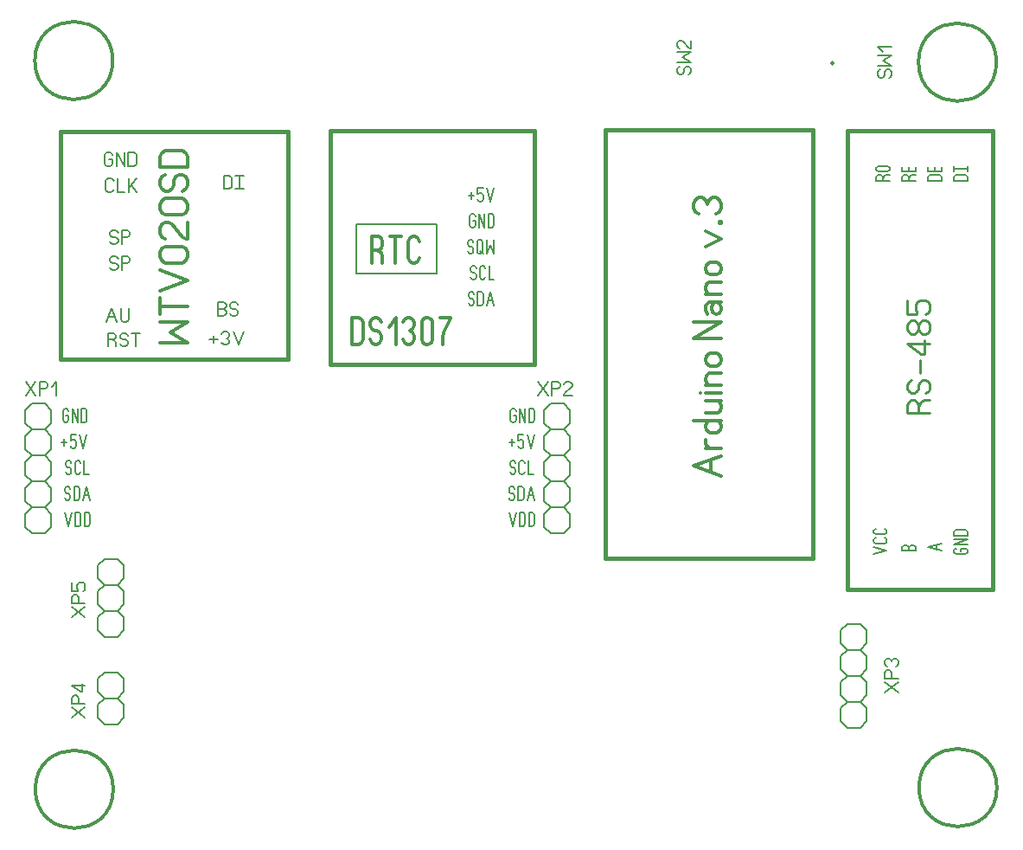
<source format=gbr>
%FSLAX34Y34*%
%MOMM*%
%LNSILK_TOP*%
G71*
G01*
%ADD10C, 0.167*%
%ADD11C, 0.400*%
%ADD12C, 0.333*%
%ADD13C, 0.200*%
%ADD14C, 0.278*%
%ADD15C, 0.300*%
%LPD*%
G54D10*
X60452Y370834D02*
X61119Y369168D01*
X62452Y368334D01*
X63785Y368334D01*
X65119Y369168D01*
X65785Y370834D01*
X65785Y372501D01*
X65119Y374168D01*
X63785Y375001D01*
X62452Y375001D01*
X61119Y375834D01*
X60452Y377501D01*
X60452Y379168D01*
X61119Y380834D01*
X62452Y381668D01*
X63785Y381668D01*
X65119Y380834D01*
X65785Y379168D01*
G54D10*
X74785Y370834D02*
X74119Y369168D01*
X72785Y368334D01*
X71452Y368334D01*
X70119Y369168D01*
X69452Y370834D01*
X69452Y379168D01*
X70119Y380834D01*
X71452Y381668D01*
X72785Y381668D01*
X74119Y380834D01*
X74785Y379168D01*
G54D10*
X78452Y381668D02*
X78452Y368334D01*
X83119Y368334D01*
G54D10*
X59467Y345434D02*
X60134Y343768D01*
X61467Y342934D01*
X62800Y342934D01*
X64134Y343768D01*
X64800Y345434D01*
X64800Y347101D01*
X64134Y348768D01*
X62800Y349601D01*
X61467Y349601D01*
X60134Y350434D01*
X59467Y352101D01*
X59467Y353768D01*
X60134Y355434D01*
X61467Y356268D01*
X62800Y356268D01*
X64134Y355434D01*
X64800Y353768D01*
G54D10*
X68467Y342934D02*
X68467Y356268D01*
X71800Y356268D01*
X73134Y355434D01*
X73800Y353768D01*
X73800Y345434D01*
X73134Y343768D01*
X71800Y342934D01*
X68467Y342934D01*
G54D10*
X77467Y342934D02*
X80800Y356268D01*
X84134Y342934D01*
G54D10*
X78800Y347934D02*
X82800Y347934D01*
G54D10*
X59459Y330868D02*
X62792Y317534D01*
X66126Y330868D01*
G54D10*
X69793Y317534D02*
X69793Y330868D01*
X73126Y330868D01*
X74460Y330034D01*
X75126Y328368D01*
X75126Y320034D01*
X74460Y318368D01*
X73126Y317534D01*
X69793Y317534D01*
G54D10*
X78793Y317534D02*
X78793Y330868D01*
X82126Y330868D01*
X83460Y330034D01*
X84126Y328368D01*
X84126Y320034D01*
X83460Y318368D01*
X82126Y317534D01*
X78793Y317534D01*
G54D11*
X277812Y703600D02*
X55562Y703600D01*
X55562Y481350D01*
X277812Y481350D01*
X277812Y703600D01*
G54D12*
X152871Y497369D02*
X179538Y497369D01*
X162871Y507369D01*
X179538Y517369D01*
X152871Y517369D01*
G54D12*
X179538Y532702D02*
X152871Y532702D01*
G54D12*
X152871Y524702D02*
X152871Y540702D01*
G54D12*
X152871Y548035D02*
X179538Y558035D01*
X152871Y568035D01*
G54D12*
X157871Y591368D02*
X174538Y591368D01*
X177871Y589368D01*
X179538Y585368D01*
X179538Y581368D01*
X177871Y577368D01*
X174538Y575368D01*
X157871Y575368D01*
X154538Y577368D01*
X152871Y581368D01*
X152871Y585368D01*
X154538Y589368D01*
X157871Y591368D01*
G54D12*
X179538Y614701D02*
X179538Y598701D01*
X177871Y598701D01*
X174538Y600701D01*
X164538Y612701D01*
X161204Y614701D01*
X157871Y614701D01*
X154538Y612701D01*
X152871Y608701D01*
X152871Y604701D01*
X154538Y600701D01*
X157871Y598701D01*
G54D12*
X157871Y638034D02*
X174538Y638034D01*
X177871Y636034D01*
X179538Y632034D01*
X179538Y628034D01*
X177871Y624034D01*
X174538Y622034D01*
X157871Y622034D01*
X154538Y624034D01*
X152871Y628034D01*
X152871Y632034D01*
X154538Y636034D01*
X157871Y638034D01*
G54D12*
X174538Y645367D02*
X177871Y647367D01*
X179538Y651367D01*
X179538Y655367D01*
X177871Y659367D01*
X174538Y661367D01*
X171204Y661367D01*
X167871Y659367D01*
X166204Y655367D01*
X166204Y651367D01*
X164538Y647367D01*
X161204Y645367D01*
X157871Y645367D01*
X154538Y647367D01*
X152871Y651367D01*
X152871Y655367D01*
X154538Y659367D01*
X157871Y661367D01*
G54D12*
X179538Y668700D02*
X152871Y668700D01*
X152871Y678700D01*
X154538Y682700D01*
X157871Y684700D01*
X174538Y684700D01*
X177871Y682700D01*
X179538Y678700D01*
X179538Y668700D01*
G54D11*
X588962Y286087D02*
X792162Y286087D01*
X792162Y705187D01*
X588962Y705187D01*
X588962Y286087D01*
G54D10*
X892842Y293716D02*
X879509Y293716D01*
X879509Y297049D01*
X880342Y298383D01*
X882009Y299049D01*
X883675Y299049D01*
X885342Y298383D01*
X886175Y297049D01*
X887009Y298383D01*
X888675Y299049D01*
X890342Y299049D01*
X892009Y298383D01*
X892842Y297049D01*
X892842Y293716D01*
G54D10*
X886175Y293716D02*
X886175Y297049D01*
G54D10*
X918242Y293716D02*
X904909Y297049D01*
X918242Y300383D01*
G54D10*
X913242Y295049D02*
X913242Y299049D01*
G54D10*
X860775Y658333D02*
X862442Y660333D01*
X864109Y660999D01*
X867442Y660999D01*
G54D10*
X867442Y655666D02*
X854109Y655666D01*
X854109Y658999D01*
X854942Y660333D01*
X856609Y660999D01*
X858275Y660999D01*
X859942Y660333D01*
X860775Y658999D01*
X860775Y655666D01*
G54D10*
X856609Y669999D02*
X864942Y669999D01*
X866609Y669333D01*
X867442Y667999D01*
X867442Y666666D01*
X866609Y665333D01*
X864942Y664666D01*
X856609Y664666D01*
X854942Y665333D01*
X854109Y666666D01*
X854109Y667999D01*
X854942Y669333D01*
X856609Y669999D01*
G54D10*
X886175Y658332D02*
X887842Y660332D01*
X889509Y660999D01*
X892842Y660999D01*
G54D10*
X892842Y655666D02*
X879509Y655666D01*
X879509Y658999D01*
X880342Y660332D01*
X882009Y660999D01*
X883675Y660999D01*
X885342Y660332D01*
X886175Y658999D01*
X886175Y655666D01*
G54D10*
X892842Y669332D02*
X892842Y664666D01*
X879509Y664666D01*
X879509Y669332D01*
G54D10*
X886175Y664666D02*
X886175Y669332D01*
G54D10*
X918242Y655666D02*
X904909Y655666D01*
X904909Y658999D01*
X905742Y660333D01*
X907409Y660999D01*
X915742Y660999D01*
X917409Y660333D01*
X918242Y658999D01*
X918242Y655666D01*
G54D10*
X918242Y669333D02*
X918242Y664666D01*
X904909Y664666D01*
X904909Y669333D01*
G54D10*
X911575Y664666D02*
X911575Y669333D01*
G54D10*
X943642Y655666D02*
X930309Y655666D01*
X930309Y658999D01*
X931142Y660333D01*
X932809Y660999D01*
X941142Y660999D01*
X942809Y660333D01*
X943642Y658999D01*
X943642Y655666D01*
G54D10*
X943642Y664666D02*
X943642Y669999D01*
G54D10*
X943642Y667333D02*
X930309Y667333D01*
G54D10*
X930309Y664666D02*
X930309Y669999D01*
G54D10*
X936975Y293208D02*
X936975Y295874D01*
X941141Y295874D01*
X942808Y295208D01*
X943641Y293874D01*
X943641Y292541D01*
X942808Y291208D01*
X941141Y290541D01*
X932808Y290541D01*
X931141Y291208D01*
X930308Y292541D01*
X930308Y293874D01*
X931141Y295208D01*
X932808Y295874D01*
G54D10*
X943641Y299541D02*
X930308Y299541D01*
X943641Y304874D01*
X930308Y304874D01*
G54D10*
X943641Y308541D02*
X930308Y308541D01*
X930308Y311874D01*
X931141Y313208D01*
X932808Y313874D01*
X941141Y313874D01*
X942808Y313208D01*
X943641Y311874D01*
X943641Y308541D01*
G54D11*
X519112Y704850D02*
X319087Y704850D01*
X319087Y476250D01*
X519112Y476250D01*
X519112Y704850D01*
G54D10*
X454643Y640868D02*
X459976Y640868D01*
G54D10*
X457309Y644202D02*
X457309Y637535D01*
G54D10*
X468976Y648368D02*
X463643Y648368D01*
X463643Y642535D01*
X464309Y642535D01*
X465643Y643368D01*
X466976Y643368D01*
X468309Y642535D01*
X468976Y640868D01*
X468976Y637535D01*
X468309Y635868D01*
X466976Y635035D01*
X465643Y635035D01*
X464309Y635868D01*
X463643Y637535D01*
G54D10*
X472643Y648368D02*
X475976Y635035D01*
X479309Y648368D01*
G54D10*
X458729Y616302D02*
X461396Y616302D01*
X461396Y612135D01*
X460729Y610468D01*
X459396Y609635D01*
X458063Y609635D01*
X456729Y610468D01*
X456063Y612135D01*
X456063Y620468D01*
X456729Y622135D01*
X458063Y622968D01*
X459396Y622968D01*
X460729Y622135D01*
X461396Y620468D01*
G54D10*
X465063Y609635D02*
X465063Y622968D01*
X470396Y609635D01*
X470396Y622968D01*
G54D10*
X474063Y609635D02*
X474063Y622968D01*
X477396Y622968D01*
X478729Y622135D01*
X479396Y620468D01*
X479396Y612135D01*
X478729Y610468D01*
X477396Y609635D01*
X474063Y609635D01*
G54D10*
X454062Y586735D02*
X454729Y585068D01*
X456062Y584235D01*
X457396Y584235D01*
X458729Y585068D01*
X459396Y586735D01*
X459396Y588402D01*
X458729Y590068D01*
X457396Y590902D01*
X456062Y590902D01*
X454729Y591735D01*
X454062Y593402D01*
X454062Y595068D01*
X454729Y596735D01*
X456062Y597568D01*
X457396Y597568D01*
X458729Y596735D01*
X459396Y595068D01*
G54D10*
X465729Y586735D02*
X469062Y584235D01*
G54D10*
X468396Y595068D02*
X468396Y586735D01*
X467729Y585068D01*
X466396Y584235D01*
X465062Y584235D01*
X463729Y585068D01*
X463062Y586735D01*
X463062Y595068D01*
X463729Y596735D01*
X465062Y597568D01*
X466396Y597568D01*
X467729Y596735D01*
X468396Y595068D01*
G54D10*
X472729Y597568D02*
X472729Y584235D01*
X476063Y592568D01*
X479396Y584235D01*
X479396Y597568D01*
G54D10*
X456842Y561335D02*
X457508Y559668D01*
X458842Y558835D01*
X460175Y558835D01*
X461508Y559668D01*
X462175Y561335D01*
X462175Y563002D01*
X461508Y564668D01*
X460175Y565502D01*
X458842Y565502D01*
X457508Y566335D01*
X456842Y568002D01*
X456842Y569668D01*
X457508Y571335D01*
X458842Y572168D01*
X460175Y572168D01*
X461508Y571335D01*
X462175Y569668D01*
G54D10*
X471175Y561335D02*
X470508Y559668D01*
X469175Y558835D01*
X467842Y558835D01*
X466508Y559668D01*
X465842Y561335D01*
X465842Y569668D01*
X466508Y571335D01*
X467842Y572168D01*
X469175Y572168D01*
X470508Y571335D01*
X471175Y569668D01*
G54D10*
X474842Y572168D02*
X474842Y558835D01*
X479508Y558835D01*
G54D10*
X454755Y535935D02*
X455421Y534268D01*
X456755Y533435D01*
X458088Y533435D01*
X459421Y534268D01*
X460088Y535935D01*
X460088Y537602D01*
X459421Y539268D01*
X458088Y540102D01*
X456755Y540102D01*
X455421Y540935D01*
X454755Y542602D01*
X454755Y544268D01*
X455421Y545935D01*
X456755Y546768D01*
X458088Y546768D01*
X459421Y545935D01*
X460088Y544268D01*
G54D10*
X463755Y533435D02*
X463755Y546768D01*
X467088Y546768D01*
X468421Y545935D01*
X469088Y544268D01*
X469088Y535935D01*
X468421Y534268D01*
X467088Y533435D01*
X463755Y533435D01*
G54D10*
X472755Y533435D02*
X476088Y546768D01*
X479421Y533435D01*
G54D10*
X474088Y538435D02*
X478088Y538435D01*
G54D12*
X365157Y588043D02*
X369157Y584710D01*
X370490Y581376D01*
X370490Y574710D01*
G54D12*
X359823Y574710D02*
X359823Y601376D01*
X366490Y601376D01*
X369157Y599710D01*
X370490Y596376D01*
X370490Y593043D01*
X369157Y589710D01*
X366490Y588043D01*
X359823Y588043D01*
G54D12*
X383157Y574710D02*
X383157Y601376D01*
G54D12*
X377823Y601376D02*
X388490Y601376D01*
G54D12*
X406490Y579710D02*
X405157Y576376D01*
X402490Y574710D01*
X399823Y574710D01*
X397157Y576376D01*
X395823Y579710D01*
X395823Y596376D01*
X397157Y599710D01*
X399823Y601376D01*
X402490Y601376D01*
X405157Y599710D01*
X406490Y596376D01*
G54D13*
X423862Y612776D02*
X344487Y612776D01*
X344487Y565150D01*
X423862Y565150D01*
X423862Y612776D01*
G54D10*
X56180Y399568D02*
X61513Y399568D01*
G54D10*
X58847Y402901D02*
X58847Y396234D01*
G54D10*
X70513Y407068D02*
X65180Y407068D01*
X65180Y401234D01*
X65847Y401234D01*
X67180Y402068D01*
X68513Y402068D01*
X69847Y401234D01*
X70513Y399568D01*
X70513Y396234D01*
X69847Y394568D01*
X68513Y393734D01*
X67180Y393734D01*
X65847Y394568D01*
X65180Y396234D01*
G54D10*
X74180Y407068D02*
X77513Y393734D01*
X80847Y407068D01*
G54D10*
X60435Y425801D02*
X63101Y425801D01*
X63101Y421634D01*
X62435Y419968D01*
X61101Y419134D01*
X59768Y419134D01*
X58435Y419968D01*
X57768Y421634D01*
X57768Y429968D01*
X58435Y431634D01*
X59768Y432468D01*
X61101Y432468D01*
X62435Y431634D01*
X63101Y429968D01*
G54D10*
X66768Y419134D02*
X66768Y432468D01*
X72101Y419134D01*
X72101Y432468D01*
G54D10*
X75768Y419134D02*
X75768Y432468D01*
X79101Y432468D01*
X80435Y431634D01*
X81101Y429968D01*
X81101Y421634D01*
X80435Y419968D01*
X79101Y419134D01*
X75768Y419134D01*
G54D11*
X968374Y255588D02*
X825500Y255588D01*
X825500Y704850D01*
X968374Y704850D01*
X968374Y255588D01*
G54D10*
X850934Y290541D02*
X864267Y293874D01*
X850934Y297208D01*
G54D10*
X861767Y306208D02*
X863434Y305542D01*
X864267Y304208D01*
X864267Y302875D01*
X863434Y301542D01*
X861767Y300875D01*
X853434Y300875D01*
X851767Y301542D01*
X850934Y302875D01*
X850934Y304208D01*
X851767Y305542D01*
X853434Y306208D01*
G54D10*
X861767Y315208D02*
X863434Y314542D01*
X864267Y313208D01*
X864267Y311875D01*
X863434Y310542D01*
X861767Y309875D01*
X853434Y309875D01*
X851767Y310542D01*
X850934Y311875D01*
X850934Y313208D01*
X851767Y314542D01*
X853434Y315208D01*
G54D10*
X102388Y676259D02*
X106388Y676259D01*
X106388Y672092D01*
X105388Y670425D01*
X103388Y669592D01*
X101388Y669592D01*
X99388Y670425D01*
X98388Y672092D01*
X98388Y680425D01*
X99388Y682092D01*
X101388Y682925D01*
X103388Y682925D01*
X105388Y682092D01*
X106388Y680425D01*
G54D10*
X110054Y669592D02*
X110054Y682925D01*
X118054Y669592D01*
X118054Y682925D01*
G54D10*
X121722Y669592D02*
X121722Y682925D01*
X126722Y682925D01*
X128722Y682092D01*
X129722Y680425D01*
X129722Y672092D01*
X128722Y670425D01*
X126722Y669592D01*
X121722Y669592D01*
G54D10*
X214942Y647367D02*
X214942Y660700D01*
X219942Y660700D01*
X221942Y659867D01*
X222942Y658200D01*
X222942Y649867D01*
X221942Y648200D01*
X219942Y647367D01*
X214942Y647367D01*
G54D10*
X226608Y647367D02*
X234608Y647367D01*
G54D10*
X230608Y647367D02*
X230608Y660700D01*
G54D10*
X226608Y660700D02*
X234608Y660700D01*
G54D10*
X107432Y646686D02*
X106432Y645019D01*
X104432Y644186D01*
X102432Y644186D01*
X100432Y645019D01*
X99432Y646686D01*
X99432Y655019D01*
X100432Y656686D01*
X102432Y657519D01*
X104432Y657519D01*
X106432Y656686D01*
X107432Y655019D01*
G54D10*
X111100Y657519D02*
X111100Y644186D01*
X118100Y644186D01*
G54D10*
X121766Y644186D02*
X121766Y657519D01*
G54D10*
X121766Y648353D02*
X129766Y657519D01*
G54D10*
X124766Y650853D02*
X129766Y644186D01*
G54D10*
X103704Y595892D02*
X104704Y594225D01*
X106704Y593392D01*
X108704Y593392D01*
X110704Y594225D01*
X111704Y595892D01*
X111704Y597559D01*
X110704Y599225D01*
X108704Y600059D01*
X106704Y600059D01*
X104704Y600892D01*
X103704Y602559D01*
X103704Y604225D01*
X104704Y605892D01*
X106704Y606725D01*
X108704Y606725D01*
X110704Y605892D01*
X111704Y604225D01*
G54D10*
X115372Y593392D02*
X115372Y606725D01*
X120372Y606725D01*
X122372Y605892D01*
X123372Y604225D01*
X123372Y602559D01*
X122372Y600892D01*
X120372Y600059D01*
X115372Y600059D01*
G54D10*
X103704Y570492D02*
X104704Y568825D01*
X106704Y567992D01*
X108704Y567992D01*
X110704Y568825D01*
X111704Y570492D01*
X111704Y572159D01*
X110704Y573825D01*
X108704Y574659D01*
X106704Y574659D01*
X104704Y575492D01*
X103704Y577159D01*
X103704Y578825D01*
X104704Y580492D01*
X106704Y581325D01*
X108704Y581325D01*
X110704Y580492D01*
X111704Y578825D01*
G54D10*
X115372Y567992D02*
X115372Y581325D01*
X120372Y581325D01*
X122372Y580492D01*
X123372Y578825D01*
X123372Y577159D01*
X122372Y575492D01*
X120372Y574659D01*
X115372Y574659D01*
G54D10*
X209512Y523542D02*
X209512Y536875D01*
X214512Y536875D01*
X216512Y536042D01*
X217512Y534375D01*
X217512Y532709D01*
X216512Y531042D01*
X214512Y530209D01*
X216512Y529375D01*
X217512Y527709D01*
X217512Y526042D01*
X216512Y524375D01*
X214512Y523542D01*
X209512Y523542D01*
G54D10*
X209512Y530209D02*
X214512Y530209D01*
G54D10*
X221180Y526042D02*
X222180Y524375D01*
X224180Y523542D01*
X226180Y523542D01*
X228180Y524375D01*
X229180Y526042D01*
X229180Y527709D01*
X228180Y529375D01*
X226180Y530209D01*
X224180Y530209D01*
X222180Y531042D01*
X221180Y532709D01*
X221180Y534375D01*
X222180Y536042D01*
X224180Y536875D01*
X226180Y536875D01*
X228180Y536042D01*
X229180Y534375D01*
G54D10*
X201104Y500800D02*
X209104Y500800D01*
G54D10*
X205104Y504134D02*
X205104Y497467D01*
G54D10*
X212772Y505800D02*
X213772Y507467D01*
X215772Y508300D01*
X217772Y508300D01*
X219772Y507467D01*
X220772Y505800D01*
X220772Y504134D01*
X219772Y502467D01*
X217772Y501634D01*
X219772Y500800D01*
X220772Y499134D01*
X220772Y497467D01*
X219772Y495800D01*
X217772Y494967D01*
X215772Y494967D01*
X213772Y495800D01*
X212772Y497467D01*
G54D10*
X224438Y508300D02*
X229438Y494967D01*
X234438Y508300D01*
G54D10*
X105674Y500040D02*
X108674Y498374D01*
X109674Y496707D01*
X109674Y493374D01*
G54D10*
X101674Y493374D02*
X101674Y506707D01*
X106674Y506707D01*
X108674Y505874D01*
X109674Y504207D01*
X109674Y502540D01*
X108674Y500874D01*
X106674Y500040D01*
X101674Y500040D01*
G54D10*
X113342Y495874D02*
X114342Y494207D01*
X116342Y493374D01*
X118342Y493374D01*
X120342Y494207D01*
X121342Y495874D01*
X121342Y497540D01*
X120342Y499207D01*
X118342Y500040D01*
X116342Y500040D01*
X114342Y500874D01*
X113342Y502540D01*
X113342Y504207D01*
X114342Y505874D01*
X116342Y506707D01*
X118342Y506707D01*
X120342Y505874D01*
X121342Y504207D01*
G54D10*
X129008Y493374D02*
X129008Y506707D01*
G54D10*
X125008Y506707D02*
X133008Y506707D01*
G54D10*
X100530Y517192D02*
X105530Y530525D01*
X110530Y517192D01*
G54D10*
X102530Y522192D02*
X108530Y522192D01*
G54D10*
X114196Y530525D02*
X114196Y519692D01*
X115196Y518025D01*
X117196Y517192D01*
X119196Y517192D01*
X121196Y518025D01*
X122196Y519692D01*
X122196Y530525D01*
G54D13*
X819150Y209550D02*
X819150Y215950D01*
X825450Y222250D01*
X838250Y222250D01*
X844550Y215950D01*
X844550Y203150D01*
X838250Y196850D01*
X825450Y196850D01*
X819150Y203150D01*
X819150Y209550D01*
G54D13*
X819150Y184150D02*
X819150Y190550D01*
X825450Y196850D01*
X838250Y196850D01*
X844550Y190550D01*
X844550Y177750D01*
X838250Y171450D01*
X825450Y171450D01*
X819150Y177750D01*
X819150Y184150D01*
G54D13*
X819150Y158750D02*
X819150Y165150D01*
X825450Y171450D01*
X838250Y171450D01*
X844550Y165150D01*
X844550Y152350D01*
X838250Y146050D01*
X825450Y146050D01*
X819150Y152350D01*
X819150Y158750D01*
G54D13*
X819150Y133350D02*
X819150Y139750D01*
X825450Y146050D01*
X838250Y146050D01*
X844550Y139750D01*
X844550Y126950D01*
X838250Y120650D01*
X825450Y120650D01*
X819150Y126950D01*
X819150Y133350D01*
G54D10*
X862050Y155100D02*
X875384Y165100D01*
G54D10*
X875384Y155100D02*
X862050Y165100D01*
G54D10*
X875384Y168767D02*
X862050Y168767D01*
X862050Y173767D01*
X862884Y175767D01*
X864550Y176767D01*
X866217Y176767D01*
X867884Y175767D01*
X868717Y173767D01*
X868717Y168767D01*
G54D10*
X864550Y180434D02*
X862884Y181434D01*
X862050Y183434D01*
X862050Y185434D01*
X862884Y187434D01*
X864550Y188434D01*
X866217Y188434D01*
X867884Y187434D01*
X868717Y185434D01*
X869550Y187434D01*
X871217Y188434D01*
X872884Y188434D01*
X874550Y187434D01*
X875384Y185434D01*
X875384Y183434D01*
X874550Y181434D01*
X872884Y180434D01*
G54D13*
X117475Y222250D02*
X117475Y215850D01*
X111175Y209550D01*
X98375Y209550D01*
X92075Y215850D01*
X92075Y228650D01*
X98375Y234950D01*
X111175Y234950D01*
X117475Y228650D01*
X117475Y222250D01*
G54D13*
X117475Y247650D02*
X117475Y241250D01*
X111175Y234950D01*
X98375Y234950D01*
X92075Y241250D01*
X92075Y254050D01*
X98375Y260350D01*
X111175Y260350D01*
X117475Y254050D01*
X117475Y247650D01*
G54D13*
X117475Y273050D02*
X117475Y266650D01*
X111175Y260350D01*
X98375Y260350D01*
X92075Y266650D01*
X92075Y279450D01*
X98375Y285750D01*
X111175Y285750D01*
X117475Y279450D01*
X117475Y273050D01*
G54D13*
X46268Y424960D02*
X46268Y431360D01*
X39968Y437660D01*
X27168Y437660D01*
X20868Y431360D01*
X20868Y418560D01*
X27168Y412260D01*
X39968Y412260D01*
X46268Y418560D01*
X46268Y424960D01*
G54D13*
X46268Y399560D02*
X46268Y405960D01*
X39968Y412260D01*
X27168Y412260D01*
X20868Y405960D01*
X20868Y393160D01*
X27168Y386860D01*
X39968Y386860D01*
X46268Y393160D01*
X46268Y399560D01*
G54D13*
X46268Y374160D02*
X46268Y380560D01*
X39968Y386860D01*
X27168Y386860D01*
X20868Y380560D01*
X20868Y367760D01*
X27168Y361460D01*
X39968Y361460D01*
X46268Y367760D01*
X46268Y374160D01*
G54D13*
X46268Y348760D02*
X46268Y355160D01*
X39968Y361460D01*
X27168Y361460D01*
X20868Y355160D01*
X20868Y342360D01*
X27168Y336060D01*
X39968Y336060D01*
X46268Y342360D01*
X46268Y348760D01*
G54D13*
X46268Y323360D02*
X46268Y329760D01*
X39968Y336060D01*
X27168Y336060D01*
X20868Y329760D01*
X20868Y316960D01*
X27168Y310660D01*
X39968Y310660D01*
X46268Y316960D01*
X46268Y323360D01*
G54D10*
X21111Y458697D02*
X31111Y445364D01*
G54D10*
X21111Y445364D02*
X31111Y458697D01*
G54D10*
X34778Y445364D02*
X34778Y458697D01*
X39778Y458697D01*
X41778Y457864D01*
X42778Y456197D01*
X42778Y454531D01*
X41778Y452864D01*
X39778Y452031D01*
X34778Y452031D01*
G54D10*
X46445Y453697D02*
X51445Y458697D01*
X51445Y445364D01*
G54D13*
X554268Y424960D02*
X554268Y431360D01*
X547968Y437660D01*
X535168Y437660D01*
X528868Y431360D01*
X528868Y418560D01*
X535168Y412260D01*
X547968Y412260D01*
X554268Y418560D01*
X554268Y424960D01*
G54D13*
X554268Y399560D02*
X554268Y405960D01*
X547968Y412260D01*
X535168Y412260D01*
X528868Y405960D01*
X528868Y393160D01*
X535168Y386860D01*
X547968Y386860D01*
X554268Y393160D01*
X554268Y399560D01*
G54D13*
X554268Y374160D02*
X554268Y380560D01*
X547968Y386860D01*
X535168Y386860D01*
X528868Y380560D01*
X528868Y367760D01*
X535168Y361460D01*
X547968Y361460D01*
X554268Y367760D01*
X554268Y374160D01*
G54D13*
X554268Y348760D02*
X554268Y355160D01*
X547968Y361460D01*
X535168Y361460D01*
X528868Y355160D01*
X528868Y342360D01*
X535168Y336060D01*
X547968Y336060D01*
X554268Y342360D01*
X554268Y348760D01*
G54D13*
X554268Y323360D02*
X554268Y329760D01*
X547968Y336060D01*
X535168Y336060D01*
X528868Y329760D01*
X528868Y316960D01*
X535168Y310660D01*
X547968Y310660D01*
X554268Y316960D01*
X554268Y323360D01*
G54D10*
X522761Y458697D02*
X532761Y445364D01*
G54D10*
X522761Y445364D02*
X532761Y458697D01*
G54D10*
X536428Y445364D02*
X536428Y458697D01*
X541428Y458697D01*
X543428Y457864D01*
X544428Y456197D01*
X544428Y454531D01*
X543428Y452864D01*
X541428Y452031D01*
X536428Y452031D01*
G54D10*
X556095Y445364D02*
X548095Y445364D01*
X548095Y446197D01*
X549095Y447864D01*
X555095Y452864D01*
X556095Y454531D01*
X556095Y456197D01*
X555095Y457864D01*
X553095Y458697D01*
X551095Y458697D01*
X549095Y457864D01*
X548095Y456197D01*
G54D10*
X495427Y370834D02*
X496094Y369168D01*
X497427Y368334D01*
X498760Y368334D01*
X500094Y369168D01*
X500760Y370834D01*
X500760Y372501D01*
X500094Y374168D01*
X498760Y375001D01*
X497427Y375001D01*
X496094Y375834D01*
X495427Y377501D01*
X495427Y379168D01*
X496094Y380834D01*
X497427Y381668D01*
X498760Y381668D01*
X500094Y380834D01*
X500760Y379168D01*
G54D10*
X509760Y370834D02*
X509094Y369168D01*
X507760Y368334D01*
X506427Y368334D01*
X505094Y369168D01*
X504427Y370834D01*
X504427Y379168D01*
X505094Y380834D01*
X506427Y381668D01*
X507760Y381668D01*
X509094Y380834D01*
X509760Y379168D01*
G54D10*
X513427Y381668D02*
X513427Y368334D01*
X518094Y368334D01*
G54D10*
X494442Y345434D02*
X495109Y343768D01*
X496442Y342934D01*
X497775Y342934D01*
X499109Y343768D01*
X499775Y345434D01*
X499775Y347101D01*
X499109Y348768D01*
X497775Y349601D01*
X496442Y349601D01*
X495109Y350434D01*
X494442Y352101D01*
X494442Y353768D01*
X495109Y355434D01*
X496442Y356268D01*
X497775Y356268D01*
X499109Y355434D01*
X499775Y353768D01*
G54D10*
X503442Y342934D02*
X503442Y356268D01*
X506775Y356268D01*
X508109Y355434D01*
X508775Y353768D01*
X508775Y345434D01*
X508109Y343768D01*
X506775Y342934D01*
X503442Y342934D01*
G54D10*
X512442Y342934D02*
X515775Y356268D01*
X519109Y342934D01*
G54D10*
X513775Y347934D02*
X517775Y347934D01*
G54D10*
X494434Y330868D02*
X497767Y317534D01*
X501101Y330868D01*
G54D10*
X504768Y317534D02*
X504768Y330868D01*
X508101Y330868D01*
X509435Y330034D01*
X510101Y328368D01*
X510101Y320034D01*
X509435Y318368D01*
X508101Y317534D01*
X504768Y317534D01*
G54D10*
X513768Y317534D02*
X513768Y330868D01*
X517101Y330868D01*
X518435Y330034D01*
X519101Y328368D01*
X519101Y320034D01*
X518435Y318368D01*
X517101Y317534D01*
X513768Y317534D01*
G54D10*
X494330Y399568D02*
X499663Y399568D01*
G54D10*
X496997Y402901D02*
X496997Y396234D01*
G54D10*
X508663Y407068D02*
X503330Y407068D01*
X503330Y401234D01*
X503997Y401234D01*
X505330Y402068D01*
X506663Y402068D01*
X507997Y401234D01*
X508663Y399568D01*
X508663Y396234D01*
X507997Y394568D01*
X506663Y393734D01*
X505330Y393734D01*
X503997Y394568D01*
X503330Y396234D01*
G54D10*
X512330Y407068D02*
X515663Y393734D01*
X518997Y407068D01*
G54D10*
X498585Y425801D02*
X501251Y425801D01*
X501251Y421634D01*
X500585Y419968D01*
X499251Y419134D01*
X497918Y419134D01*
X496585Y419968D01*
X495918Y421634D01*
X495918Y429968D01*
X496585Y431634D01*
X497918Y432468D01*
X499251Y432468D01*
X500585Y431634D01*
X501251Y429968D01*
G54D10*
X504918Y419134D02*
X504918Y432468D01*
X510251Y419134D01*
X510251Y432468D01*
G54D10*
X513918Y419134D02*
X513918Y432468D01*
X517251Y432468D01*
X518585Y431634D01*
X519251Y429968D01*
X519251Y421634D01*
X518585Y419968D01*
X517251Y419134D01*
X513918Y419134D01*
G54D13*
X92075Y161925D02*
X92075Y168325D01*
X98375Y174625D01*
X111175Y174625D01*
X117475Y168325D01*
X117475Y155525D01*
X111175Y149225D01*
X98375Y149225D01*
X92075Y155525D01*
X92075Y161925D01*
G54D13*
X92075Y136525D02*
X92075Y142925D01*
X98375Y149225D01*
X111175Y149225D01*
X117475Y142925D01*
X117475Y130125D01*
X111175Y123825D01*
X98375Y123825D01*
X92075Y130125D01*
X92075Y136525D01*
G54D10*
X66070Y228954D02*
X79403Y238954D01*
G54D10*
X79403Y228954D02*
X66070Y238954D01*
G54D10*
X79403Y242621D02*
X66070Y242621D01*
X66070Y247621D01*
X66903Y249621D01*
X68570Y250621D01*
X70237Y250621D01*
X71903Y249621D01*
X72737Y247621D01*
X72737Y242621D01*
G54D10*
X66070Y262288D02*
X66070Y254288D01*
X71903Y254288D01*
X71903Y255288D01*
X71070Y257288D01*
X71070Y259288D01*
X71903Y261288D01*
X73570Y262288D01*
X76903Y262288D01*
X78570Y261288D01*
X79403Y259288D01*
X79403Y257288D01*
X78570Y255288D01*
X76903Y254288D01*
G54D10*
X66070Y130529D02*
X79403Y140529D01*
G54D10*
X79403Y130529D02*
X66070Y140529D01*
G54D10*
X79403Y144196D02*
X66070Y144196D01*
X66070Y149196D01*
X66903Y151196D01*
X68570Y152196D01*
X70237Y152196D01*
X71903Y151196D01*
X72737Y149196D01*
X72737Y144196D01*
G54D10*
X79403Y161863D02*
X66070Y161863D01*
X74403Y155863D01*
X76070Y155863D01*
X76070Y163863D01*
G54D12*
X340773Y495334D02*
X340773Y522001D01*
X347440Y522001D01*
X350107Y520334D01*
X351440Y517001D01*
X351440Y500334D01*
X350107Y497001D01*
X347440Y495334D01*
X340773Y495334D01*
G54D12*
X358773Y500334D02*
X360107Y497001D01*
X362773Y495334D01*
X365440Y495334D01*
X368107Y497001D01*
X369440Y500334D01*
X369440Y503668D01*
X368107Y507001D01*
X365440Y508668D01*
X362773Y508668D01*
X360107Y510334D01*
X358773Y513668D01*
X358773Y517001D01*
X360107Y520334D01*
X362773Y522001D01*
X365440Y522001D01*
X368107Y520334D01*
X369440Y517001D01*
G54D12*
X376773Y512001D02*
X383440Y522001D01*
X383440Y495334D01*
G54D12*
X390773Y517001D02*
X392107Y520334D01*
X394773Y522001D01*
X397440Y522001D01*
X400107Y520334D01*
X401440Y517001D01*
X401440Y513668D01*
X400107Y510334D01*
X397440Y508668D01*
X400107Y507001D01*
X401440Y503668D01*
X401440Y500334D01*
X400107Y497001D01*
X397440Y495334D01*
X394773Y495334D01*
X392107Y497001D01*
X390773Y500334D01*
G54D12*
X419440Y517001D02*
X419440Y500334D01*
X418107Y497001D01*
X415440Y495334D01*
X412773Y495334D01*
X410107Y497001D01*
X408773Y500334D01*
X408773Y517001D01*
X410107Y520334D01*
X412773Y522001D01*
X415440Y522001D01*
X418107Y520334D01*
X419440Y517001D01*
G54D12*
X426773Y522001D02*
X437440Y522001D01*
X436107Y518668D01*
X433440Y513668D01*
X430773Y507001D01*
X429440Y502001D01*
X429440Y495334D01*
G54D12*
X701764Y366548D02*
X675097Y376548D01*
X701764Y386548D01*
G54D12*
X691764Y370548D02*
X691764Y382548D01*
G54D12*
X701764Y393880D02*
X686764Y393880D01*
G54D12*
X690097Y393880D02*
X686764Y397880D01*
X686764Y401880D01*
G54D12*
X701764Y421214D02*
X675097Y421214D01*
G54D12*
X691097Y421214D02*
X687764Y419214D01*
X686764Y415214D01*
X687764Y411214D01*
X691097Y409214D01*
X697764Y409214D01*
X701097Y411214D01*
X701764Y415214D01*
X701097Y419214D01*
X697764Y421214D01*
G54D12*
X686764Y440546D02*
X701764Y440546D01*
G54D12*
X698430Y440546D02*
X701097Y438546D01*
X701764Y434546D01*
X701097Y430546D01*
X698430Y428546D01*
X686764Y428546D01*
G54D12*
X701764Y447880D02*
X686764Y447880D01*
G54D12*
X681764Y447880D02*
X681764Y447880D01*
G54D12*
X701764Y455212D02*
X686764Y455212D01*
G54D12*
X690097Y455212D02*
X687764Y457212D01*
X686764Y461212D01*
X687764Y465212D01*
X690097Y467212D01*
X701764Y467212D01*
G54D12*
X697764Y486546D02*
X691097Y486546D01*
X687764Y484546D01*
X686764Y480546D01*
X687764Y476546D01*
X691097Y474546D01*
X697764Y474546D01*
X701097Y476546D01*
X701764Y480546D01*
X701097Y484546D01*
X697764Y486546D01*
G54D12*
X701764Y501612D02*
X675097Y501612D01*
X701764Y517612D01*
X675097Y517612D01*
G54D12*
X688430Y524944D02*
X686764Y528944D01*
X686764Y533744D01*
X690097Y536944D01*
X701764Y536944D01*
G54D12*
X696764Y536944D02*
X693430Y534944D01*
X692764Y530944D01*
X693430Y526944D01*
X696764Y524944D01*
X700097Y525744D01*
X701764Y528944D01*
X701764Y530944D01*
X701764Y531744D01*
X700097Y534944D01*
X696764Y536944D01*
G54D12*
X701764Y544278D02*
X686764Y544278D01*
G54D12*
X690097Y544278D02*
X687764Y546278D01*
X686764Y550278D01*
X687764Y554278D01*
X690097Y556278D01*
X701764Y556278D01*
G54D12*
X697764Y575610D02*
X691097Y575610D01*
X687764Y573610D01*
X686764Y569610D01*
X687764Y565610D01*
X691097Y563610D01*
X697764Y563610D01*
X701097Y565610D01*
X701764Y569610D01*
X701097Y573610D01*
X697764Y575610D01*
G54D12*
X686764Y590676D02*
X701764Y598676D01*
X686764Y606676D01*
G54D12*
X701764Y615610D02*
X701764Y614010D01*
X700430Y614010D01*
X700430Y615610D01*
X701764Y615610D01*
X701764Y614010D01*
G54D12*
X680097Y622942D02*
X676764Y624942D01*
X675097Y628942D01*
X675097Y632942D01*
X676764Y636942D01*
X680097Y638942D01*
X683430Y638942D01*
X686764Y636942D01*
X688430Y632942D01*
X690097Y636942D01*
X693430Y638942D01*
X696764Y638942D01*
X700097Y636942D01*
X701764Y632942D01*
X701764Y628942D01*
X700097Y624942D01*
X696764Y622942D01*
G54D14*
X895275Y434801D02*
X898053Y439801D01*
X900831Y441468D01*
X906386Y441468D01*
G54D14*
X906386Y428134D02*
X884164Y428134D01*
X884164Y436468D01*
X885553Y439801D01*
X888331Y441468D01*
X891109Y441468D01*
X893886Y439801D01*
X895275Y436468D01*
X895275Y428134D01*
G54D14*
X902220Y447578D02*
X904998Y449245D01*
X906386Y452578D01*
X906386Y455912D01*
X904998Y459245D01*
X902220Y460912D01*
X899442Y460912D01*
X896664Y459245D01*
X895275Y455912D01*
X895275Y452578D01*
X893886Y449245D01*
X891109Y447578D01*
X888331Y447578D01*
X885553Y449245D01*
X884164Y452578D01*
X884164Y455912D01*
X885553Y459245D01*
X888331Y460912D01*
G54D14*
X896664Y467022D02*
X896664Y480356D01*
G54D14*
X906386Y496466D02*
X884164Y496466D01*
X898053Y486466D01*
X900831Y486466D01*
X900831Y499800D01*
G54D14*
X895275Y514244D02*
X895275Y510910D01*
X893886Y507577D01*
X891109Y505910D01*
X888331Y505910D01*
X885553Y507577D01*
X884164Y510910D01*
X884164Y514244D01*
X885553Y517577D01*
X888331Y519244D01*
X891109Y519244D01*
X893886Y517577D01*
X895275Y514244D01*
X896664Y517577D01*
X899442Y519244D01*
X902220Y519244D01*
X904998Y517577D01*
X906386Y514244D01*
X906386Y510910D01*
X904998Y507577D01*
X902220Y505910D01*
X899442Y505910D01*
X896664Y507577D01*
X895275Y510910D01*
G54D14*
X884164Y538688D02*
X884164Y525354D01*
X893886Y525354D01*
X893886Y527021D01*
X892498Y530354D01*
X892498Y533688D01*
X893886Y537021D01*
X896664Y538688D01*
X902220Y538688D01*
X904998Y537021D01*
X906386Y533688D01*
X906386Y530354D01*
X904998Y527021D01*
X902220Y525354D01*
G54D13*
G75*
G01X812488Y770638D02*
G03X812488Y770638I-1500J0D01*
G01*
G54D10*
X669620Y759562D02*
X671287Y760562D01*
X672120Y762562D01*
X672120Y764562D01*
X671287Y766562D01*
X669620Y767562D01*
X667954Y767562D01*
X666287Y766562D01*
X665454Y764562D01*
X665454Y762562D01*
X664620Y760562D01*
X662954Y759562D01*
X661287Y759562D01*
X659620Y760562D01*
X658787Y762562D01*
X658787Y764562D01*
X659620Y766562D01*
X661287Y767562D01*
G54D10*
X658787Y771230D02*
X672120Y771230D01*
X663787Y776230D01*
X672120Y781230D01*
X658787Y781230D01*
G54D10*
X672120Y792896D02*
X672120Y784896D01*
X671287Y784896D01*
X669620Y785896D01*
X664620Y791896D01*
X662954Y792896D01*
X661287Y792896D01*
X659620Y791896D01*
X658787Y789896D01*
X658787Y787896D01*
X659620Y785896D01*
X661287Y784896D01*
G54D10*
X866470Y756388D02*
X868137Y757388D01*
X868970Y759388D01*
X868970Y761388D01*
X868137Y763388D01*
X866470Y764388D01*
X864804Y764388D01*
X863137Y763388D01*
X862304Y761388D01*
X862304Y759388D01*
X861470Y757388D01*
X859804Y756388D01*
X858137Y756388D01*
X856470Y757388D01*
X855637Y759388D01*
X855637Y761388D01*
X856470Y763388D01*
X858137Y764388D01*
G54D10*
X855637Y768054D02*
X868970Y768054D01*
X860637Y773054D01*
X868970Y778054D01*
X855637Y778054D01*
G54D10*
X860637Y781722D02*
X855637Y786722D01*
X868970Y786722D01*
G54D15*
G75*
G01X106868Y60358D02*
G03X106868Y60358I-38134J0D01*
G01*
G54D15*
G75*
G01X972056Y61946D02*
G03X972056Y61946I-38134J0D01*
G01*
G54D15*
G75*
G01X971584Y771524D02*
G03X971584Y771524I-38134J0D01*
G01*
G54D15*
G75*
G01X106396Y773112D02*
G03X106396Y773112I-38134J0D01*
G01*
G54D15*
G75*
G01X106396Y773112D02*
G03X106396Y773112I-38134J0D01*
G01*
M02*

</source>
